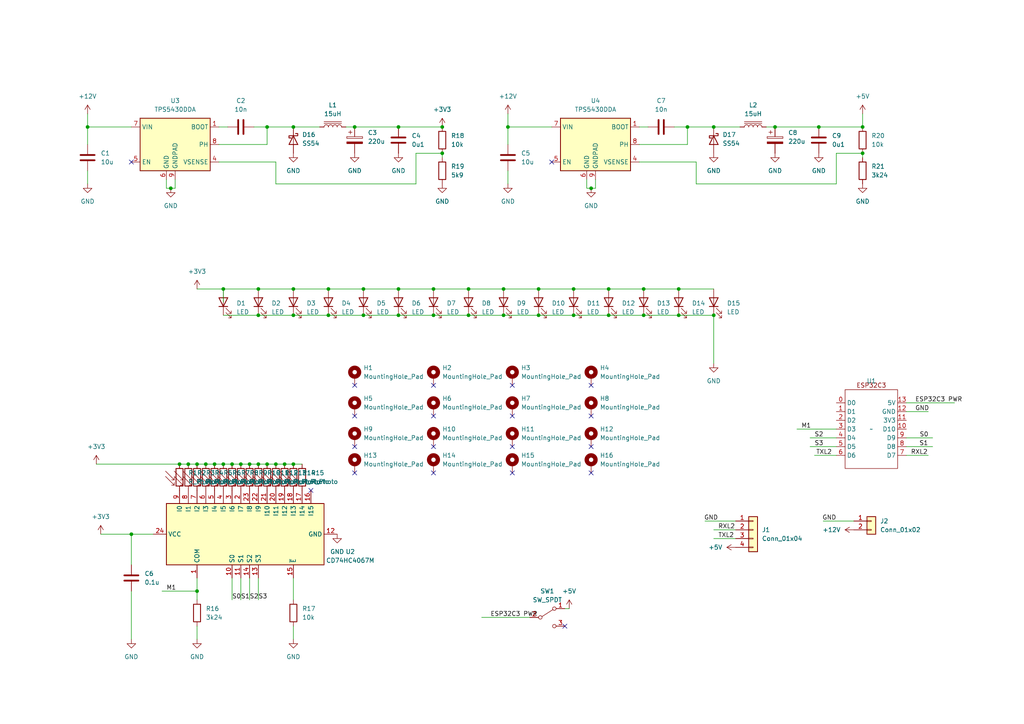
<source format=kicad_sch>
(kicad_sch (version 20231120) (generator "eeschema") (generator_version "8.0")
  (paper "A4")
  (lib_symbols
    (symbol "74xx:CD74HC4067M"
      (property "Reference" "U" (at -8.89 22.86 0))
      (property "Value" "CD74HC4067M" (at 1.27 22.86 0))
      (symbol "CD74HC4067M_0_1"
        (rectangle (start -8.89 21.59) (end 8.89 -24.13) (stroke (width 0.254)) (fill (type background)))
      )
      (symbol "CD74HC4067M_1_1"
        (pin passive line (at -12.7 12.7 0) (length 3.81) (name "COM") (number "1"))
        (pin input line (at -12.7 2.54 0) (length 3.81) (name "S0") (number "10"))
        (pin input line (at -12.7 0 0) (length 3.81) (name "S1") (number "11"))
        (pin power_in line (at 0 -27.94 90) (length 3.81) (name "GND") (number "12"))
        (pin input line (at -12.7 -5.08 0) (length 3.81) (name "S3") (number "13"))
        (pin input line (at -12.7 -2.54 0) (length 3.81) (name "S2") (number "14"))
        (pin input line (at -12.7 -15.24 0) (length 3.81) (name "~{E}") (number "15"))
        (pin passive line (at 12.7 -20.32 180) (length 3.81) (name "I15") (number "16"))
        (pin passive line (at 12.7 -17.78 180) (length 3.81) (name "I14") (number "17"))
        (pin passive line (at 12.7 -15.24 180) (length 3.81) (name "I13") (number "18"))
        (pin passive line (at 12.7 -12.7 180) (length 3.81) (name "I12") (number "19"))
        (pin passive line (at 12.7 0 180) (length 3.81) (name "I7") (number "2"))
        (pin passive line (at 12.7 -10.16 180) (length 3.81) (name "I11") (number "20"))
        (pin passive line (at 12.7 -7.62 180) (length 3.81) (name "I10") (number "21"))
        (pin passive line (at 12.7 -5.08 180) (length 3.81) (name "I9") (number "22"))
        (pin passive line (at 12.7 -2.54 180) (length 3.81) (name "I8") (number "23"))
        (pin power_in line (at 0 25.4 270) (length 3.81) (name "VCC") (number "24"))
        (pin passive line (at 12.7 2.54 180) (length 3.81) (name "I6") (number "3"))
        (pin passive line (at 12.7 5.08 180) (length 3.81) (name "I5") (number "4"))
        (pin passive line (at 12.7 7.62 180) (length 3.81) (name "I4") (number "5"))
        (pin passive line (at 12.7 10.16 180) (length 3.81) (name "I3") (number "6"))
        (pin passive line (at 12.7 12.7 180) (length 3.81) (name "I2") (number "7"))
        (pin passive line (at 12.7 15.24 180) (length 3.81) (name "I1") (number "8"))
        (pin passive line (at 12.7 17.78 180) (length 3.81) (name "I0") (number "9"))
      )
    )
    (symbol "Board:ESP32C3"
      (property "Reference" "U" (at 0 0 0))
      (symbol "ESP32C3_0_1"
        (rectangle (start -7.62 11.43) (end 7.62 -11.43))
      )
      (symbol "ESP32C3_1_1"
        (text "ESP32C3\n" (at 0 12.7 0) (effects (font (size 1.27 1.27))))
        (pin bidirectional line (at -10.16 7.62 0) (length 2.54) (name "D0") (number "0"))
        (pin bidirectional line (at -10.16 5.08 0) (length 2.54) (name "D1") (number "1"))
        (pin bidirectional line (at 10.16 0 180) (length 2.54) (name "D10") (number "10"))
        (pin power_out line (at 10.16 2.54 180) (length 2.54) (name "3V3") (number "11"))
        (pin power_in line (at 10.16 5.08 180) (length 2.54) (name "GND") (number "12"))
        (pin power_in line (at 10.16 7.62 180) (length 2.54) (name "5V") (number "13"))
        (pin bidirectional line (at -10.16 2.54 0) (length 2.54) (name "D2") (number "2"))
        (pin bidirectional line (at -10.16 0 0) (length 2.54) (name "D3") (number "3"))
        (pin bidirectional line (at -10.16 -2.54 0) (length 2.54) (name "D4") (number "4"))
        (pin bidirectional line (at -10.16 -5.08 0) (length 2.54) (name "D5") (number "5"))
        (pin bidirectional line (at -10.16 -7.62 0) (length 2.54) (name "D6") (number "6"))
        (pin bidirectional line (at 10.16 -7.62 180) (length 2.54) (name "D7") (number "7"))
        (pin bidirectional line (at 10.16 -5.08 180) (length 2.54) (name "D8") (number "8"))
        (pin bidirectional line (at 10.16 -2.54 180) (length 2.54) (name "D9") (number "9"))
      )
    )
    (symbol "Connector_Generic:Conn_01x02" (pin_names (offset 1.016) hide)
      (property "Reference" "J" (at 0 2.54 0))
      (property "Value" "Conn_01x02" (at 0 -5.08 0))
      (symbol "Conn_01x02_1_1"
        (rectangle (start -1.27 -2.413) (end 0 -2.667) (stroke (width 0.1524)))
        (rectangle (start -1.27 0.127) (end 0 -0.127) (stroke (width 0.1524)))
        (rectangle (start -1.27 1.27) (end 1.27 -3.81) (stroke (width 0.254)) (fill (type background)))
        (pin passive line (at -5.08 0 0) (length 3.81) (name "Pin_1") (number "1"))
        (pin passive line (at -5.08 -2.54 0) (length 3.81) (name "Pin_2") (number "2"))
      )
    )
    (symbol "Connector_Generic:Conn_01x04" (pin_names (offset 1.016) hide)
      (property "Reference" "J" (at 0 5.08 0))
      (property "Value" "Conn_01x04" (at 0 -7.62 0))
      (symbol "Conn_01x04_1_1"
        (rectangle (start -1.27 -4.953) (end 0 -5.207) (stroke (width 0.1524)))
        (rectangle (start -1.27 -2.413) (end 0 -2.667) (stroke (width 0.1524)))
        (rectangle (start -1.27 0.127) (end 0 -0.127) (stroke (width 0.1524)))
        (rectangle (start -1.27 2.667) (end 0 2.413) (stroke (width 0.1524)))
        (rectangle (start -1.27 3.81) (end 1.27 -6.35) (stroke (width 0.254)) (fill (type background)))
        (pin passive line (at -5.08 2.54 0) (length 3.81) (name "Pin_1") (number "1"))
        (pin passive line (at -5.08 0 0) (length 3.81) (name "Pin_2") (number "2"))
        (pin passive line (at -5.08 -2.54 0) (length 3.81) (name "Pin_3") (number "3"))
        (pin passive line (at -5.08 -5.08 0) (length 3.81) (name "Pin_4") (number "4"))
      )
    )
    (symbol "Device:C" (pin_numbers hide) (pin_names (offset 0.254))
      (property "Reference" "C" (at 0.635 2.54 0))
      (property "Value" "C" (at 0.635 -2.54 0))
      (symbol "C_0_1"
        (polyline (pts (xy -2.032 -0.762) (xy 2.032 -0.762)) (stroke (width 0.508)))
        (polyline (pts (xy -2.032 0.762) (xy 2.032 0.762)) (stroke (width 0.508)))
      )
      (symbol "C_1_1"
        (pin passive line (at 0 3.81 270) (length 2.794) (name "~") (number "1"))
        (pin passive line (at 0 -3.81 90) (length 2.794) (name "~") (number "2"))
      )
    )
    (symbol "Device:C_Polarized" (pin_numbers hide) (pin_names (offset 0.254))
      (property "Reference" "C" (at 0.635 2.54 0))
      (property "Value" "C_Polarized" (at 0.635 -2.54 0))
      (symbol "C_Polarized_0_1"
        (rectangle (start -2.286 0.508) (end 2.286 1.016))
        (polyline (pts (xy -1.778 2.286) (xy -0.762 2.286)))
        (polyline (pts (xy -1.27 2.794) (xy -1.27 1.778)))
        (rectangle (start 2.286 -0.508) (end -2.286 -1.016) (fill (type outline)))
      )
      (symbol "C_Polarized_1_1"
        (pin passive line (at 0 3.81 270) (length 2.794) (name "~") (number "1"))
        (pin passive line (at 0 -3.81 90) (length 2.794) (name "~") (number "2"))
      )
    )
    (symbol "Device:D_Schottky" (pin_numbers hide) (pin_names (offset 1.016) hide)
      (property "Reference" "D" (at 0 2.54 0))
      (property "Value" "D_Schottky" (at 0 -2.54 0))
      (symbol "D_Schottky_0_1"
        (polyline (pts (xy 1.27 0) (xy -1.27 0)))
        (polyline (pts (xy 1.27 1.27) (xy 1.27 -1.27) (xy -1.27 0) (xy 1.27 1.27)) (stroke (width 0.254)))
        (polyline (pts (xy -1.905 0.635) (xy -1.905 1.27) (xy -1.27 1.27) (xy -1.27 -1.27) (xy -0.635 -1.27) (xy -0.635 -0.635)) (stroke (width 0.254)))
      )
      (symbol "D_Schottky_1_1"
        (pin passive line (at -3.81 0 0) (length 2.54) (name "K") (number "1"))
        (pin passive line (at 3.81 0 180) (length 2.54) (name "A") (number "2"))
      )
    )
    (symbol "Device:LED" (pin_numbers hide) (pin_names (offset 1.016) hide)
      (property "Reference" "D" (at 0 2.54 0))
      (property "Value" "LED" (at 0 -2.54 0))
      (symbol "LED_0_1"
        (polyline (pts (xy -1.27 -1.27) (xy -1.27 1.27)) (stroke (width 0.254)))
        (polyline (pts (xy -1.27 0) (xy 1.27 0)))
        (polyline (pts (xy 1.27 -1.27) (xy 1.27 1.27) (xy -1.27 0) (xy 1.27 -1.27)) (stroke (width 0.254)))
        (polyline (pts (xy -3.048 -0.762) (xy -4.572 -2.286) (xy -3.81 -2.286) (xy -4.572 -2.286) (xy -4.572 -1.524)))
        (polyline (pts (xy -1.778 -0.762) (xy -3.302 -2.286) (xy -2.54 -2.286) (xy -3.302 -2.286) (xy -3.302 -1.524)))
      )
      (symbol "LED_1_1"
        (pin passive line (at -3.81 0 0) (length 2.54) (name "K") (number "1"))
        (pin passive line (at 3.81 0 180) (length 2.54) (name "A") (number "2"))
      )
    )
    (symbol "Device:L_Iron" (pin_numbers hide) (pin_names (offset 1.016) hide)
      (property "Reference" "L" (at -1.27 0 90))
      (property "Value" "L_Iron" (at 2.794 0 90))
      (symbol "L_Iron_0_1"
        (arc (start 0 -2.54) (mid 0.6323 -1.905) (end 0 -1.27))
        (arc (start 0 -1.27) (mid 0.6323 -0.635) (end 0 0))
        (polyline (pts (xy 1.016 2.54) (xy 1.016 -2.54)))
        (polyline (pts (xy 1.524 -2.54) (xy 1.524 2.54)))
        (arc (start 0 0) (mid 0.6323 0.635) (end 0 1.27))
        (arc (start 0 1.27) (mid 0.6323 1.905) (end 0 2.54))
      )
      (symbol "L_Iron_1_1"
        (pin passive line (at 0 3.81 270) (length 1.27) (name "1") (number "1"))
        (pin passive line (at 0 -3.81 90) (length 1.27) (name "2") (number "2"))
      )
    )
    (symbol "Device:R" (pin_numbers hide) (pin_names (offset 0))
      (property "Reference" "R" (at 2.032 0 90))
      (property "Value" "R" (at 0 0 90))
      (symbol "R_0_1"
        (rectangle (start -1.016 -2.54) (end 1.016 2.54) (stroke (width 0.254)))
      )
      (symbol "R_1_1"
        (pin passive line (at 0 3.81 270) (length 1.27) (name "~") (number "1"))
        (pin passive line (at 0 -3.81 90) (length 1.27) (name "~") (number "2"))
      )
    )
    (symbol "Device:R_Photo" (pin_numbers hide) (pin_names (offset 0))
      (property "Reference" "R" (at 1.27 1.27 0))
      (property "Value" "R_Photo" (at 1.27 0 0))
      (symbol "R_Photo_0_1"
        (rectangle (start -1.016 2.54) (end 1.016 -2.54) (stroke (width 0.254)))
        (polyline (pts (xy -1.524 -2.286) (xy -4.064 0.254)))
        (polyline (pts (xy -1.524 -2.286) (xy -2.286 -2.286)))
        (polyline (pts (xy -1.524 -2.286) (xy -1.524 -1.524)))
        (polyline (pts (xy -1.524 -0.762) (xy -4.064 1.778)))
        (polyline (pts (xy -1.524 -0.762) (xy -2.286 -0.762)))
        (polyline (pts (xy -1.524 -0.762) (xy -1.524 0)))
      )
      (symbol "R_Photo_1_1"
        (pin passive line (at 0 3.81 270) (length 1.27) (name "~") (number "1"))
        (pin passive line (at 0 -3.81 90) (length 1.27) (name "~") (number "2"))
      )
    )
    (symbol "Mechanical:MountingHole_Pad" (pin_numbers hide) (pin_names (offset 1.016) hide)
      (property "Reference" "H" (at 0 6.35 0))
      (property "Value" "MountingHole_Pad" (at 0 4.445 0))
      (symbol "MountingHole_Pad_0_1"
        (circle (center 0 1.27) (radius 1.27) (stroke (width 1.27)))
      )
      (symbol "MountingHole_Pad_1_1"
        (pin input line (at 0 -2.54 90) (length 2.54) (name "1") (number "1"))
      )
    )
    (symbol "Regulator_Switching:TPS5430DDA"
      (property "Reference" "U" (at -10.16 8.89 0))
      (property "Value" "TPS5430DDA" (at -1.27 8.89 0))
      (symbol "TPS5430DDA_0_1"
        (rectangle (start -10.16 7.62) (end 10.16 -7.62) (stroke (width 0.254)) (fill (type background)))
      )
      (symbol "TPS5430DDA_1_1"
        (pin input line (at 12.7 5.08 180) (length 2.54) (name "BOOT") (number "1"))
        (pin no_connect line (at -10.16 2.54 0) (length 2.54) hide (name "NC") (number "2"))
        (pin no_connect line (at -10.16 -2.54 0) (length 2.54) hide (name "NC") (number "3"))
        (pin input line (at 12.7 -5.08 180) (length 2.54) (name "VSENSE") (number "4"))
        (pin input line (at -12.7 -5.08 0) (length 2.54) (name "EN") (number "5"))
        (pin power_in line (at -2.54 -10.16 90) (length 2.54) (name "GND") (number "6"))
        (pin power_in line (at -12.7 5.08 0) (length 2.54) (name "VIN") (number "7"))
        (pin output line (at 12.7 0 180) (length 2.54) (name "PH") (number "8"))
        (pin power_in line (at 0 -10.16 90) (length 2.54) (name "GNDPAD") (number "9"))
      )
    )
    (symbol "Switch:SW_SPDT" (pin_names (offset 0) hide)
      (property "Reference" "SW" (at 0 4.318 0))
      (property "Value" "SW_SPDT" (at 0 -5.08 0))
      (symbol "SW_SPDT_0_0"
        (circle (center -2.032 0) (radius 0.508))
        (circle (center 2.032 -2.54) (radius 0.508))
      )
      (symbol "SW_SPDT_0_1"
        (polyline (pts (xy -1.524 0.254) (xy 1.651 2.286)))
        (circle (center 2.032 2.54) (radius 0.508))
      )
      (symbol "SW_SPDT_1_1"
        (pin passive line (at 5.08 2.54 180) (length 2.54) (name "A") (number "1"))
        (pin passive line (at -5.08 0 0) (length 2.54) (name "B") (number "2"))
        (pin passive line (at 5.08 -2.54 180) (length 2.54) (name "C") (number "3"))
      )
    )
    (symbol "power:+12V" (power) (pin_names (offset 0))
      (property "Value" "+12V" (at 0 3.556 0))
      (symbol "+12V_0_1"
        (polyline (pts (xy -0.762 1.27) (xy 0 2.54)))
        (polyline (pts (xy 0 0) (xy 0 2.54)))
        (polyline (pts (xy 0 2.54) (xy 0.762 1.27)))
      )
      (symbol "+12V_1_1"
        (pin power_in line (at 0 0 90) (length 0) hide (name "+12V") (number "1"))
      )
    )
    (symbol "power:+3V3" (power) (pin_names (offset 0))
      (property "Value" "+3V3" (at 0 3.556 0))
      (symbol "+3V3_0_1"
        (polyline (pts (xy -0.762 1.27) (xy 0 2.54)))
        (polyline (pts (xy 0 0) (xy 0 2.54)))
        (polyline (pts (xy 0 2.54) (xy 0.762 1.27)))
      )
      (symbol "+3V3_1_1"
        (pin power_in line (at 0 0 90) (length 0) hide (name "+3V3") (number "1"))
      )
    )
    (symbol "power:+5V" (power) (pin_names (offset 0))
      (property "Value" "+5V" (at 0 3.556 0))
      (symbol "+5V_0_1"
        (polyline (pts (xy -0.762 1.27) (xy 0 2.54)))
        (polyline (pts (xy 0 0) (xy 0 2.54)))
        (polyline (pts (xy 0 2.54) (xy 0.762 1.27)))
      )
      (symbol "+5V_1_1"
        (pin power_in line (at 0 0 90) (length 0) hide (name "+5V") (number "1"))
      )
    )
    (symbol "power:GND" (power) (pin_names (offset 0))
      (property "Value" "GND" (at 0 -3.81 0))
      (symbol "GND_0_1"
        (polyline (pts (xy 0 0) (xy 0 -1.27) (xy 1.27 -1.27) (xy 0 -2.54) (xy -1.27 -1.27) (xy 0 -1.27)))
      )
      (symbol "GND_1_1"
        (pin power_in line (at 0 0 270) (length 0) hide (name "GND") (number "1"))
      )
    )
  )
  (junction (at 74.93 91.44))
  (junction (at 128.27 36.83))
  (junction (at 171.45 54.61))
  (junction (at 72.39 134.62))
  (junction (at 105.41 83.82))
  (junction (at 176.53 83.82))
  (junction (at 156.21 83.82))
  (junction (at 69.85 134.62))
  (junction (at 135.89 91.44))
  (junction (at 95.25 83.82))
  (junction (at 82.55 134.62))
  (junction (at 74.93 83.82))
  (junction (at 25.4 36.83))
  (junction (at 59.69 134.62))
  (junction (at 128.27 44.45))
  (junction (at 176.53 91.44))
  (junction (at 85.09 91.44))
  (junction (at 67.31 134.62))
  (junction (at 54.61 134.62))
  (junction (at 74.93 134.62))
  (junction (at 207.01 91.44))
  (junction (at 62.23 134.62))
  (junction (at 186.69 83.82))
  (junction (at 57.15 134.62))
  (junction (at 207.01 36.83))
  (junction (at 80.01 134.62))
  (junction (at 224.79 36.83))
  (junction (at 49.53 54.61))
  (junction (at 156.21 91.44))
  (junction (at 146.05 91.44))
  (junction (at 77.47 36.83))
  (junction (at 147.32 36.83))
  (junction (at 52.07 134.62))
  (junction (at 250.19 36.83))
  (junction (at 77.47 134.62))
  (junction (at 105.41 91.44))
  (junction (at 85.09 134.62))
  (junction (at 166.37 91.44))
  (junction (at 250.19 44.45))
  (junction (at 85.09 36.83))
  (junction (at 186.69 91.44))
  (junction (at 199.39 36.83))
  (junction (at 115.57 83.82))
  (junction (at 64.77 83.82))
  (junction (at 166.37 83.82))
  (junction (at 115.57 91.44))
  (junction (at 95.25 91.44))
  (junction (at 57.15 171.45))
  (junction (at 125.73 91.44))
  (junction (at 85.09 83.82))
  (junction (at 102.87 36.83))
  (junction (at 115.57 36.83))
  (junction (at 135.89 83.82))
  (junction (at 64.77 134.62))
  (junction (at 146.05 83.82))
  (junction (at 196.85 91.44))
  (junction (at 38.1 154.94))
  (junction (at 237.49 36.83))
  (junction (at 125.73 83.82))
  (junction (at 196.85 83.82))
  (no_connect (at 163.83 181.61))
  (no_connect (at 102.87 129.54))
  (no_connect (at 148.59 137.16))
  (no_connect (at 148.59 129.54))
  (no_connect (at 171.45 111.76))
  (no_connect (at 102.87 137.16))
  (no_connect (at 171.45 120.65))
  (no_connect (at 125.73 129.54))
  (no_connect (at 148.59 120.65))
  (no_connect (at 160.02 46.99))
  (no_connect (at 171.45 129.54))
  (no_connect (at 38.1 46.99))
  (no_connect (at 171.45 137.16))
  (no_connect (at 125.73 111.76))
  (no_connect (at 125.73 137.16))
  (no_connect (at 148.59 111.76))
  (no_connect (at 90.17 142.24))
  (no_connect (at 102.87 111.76))
  (no_connect (at 125.73 120.65))
  (no_connect (at 102.87 120.65))
  (wire (pts (xy 29.21 154.94) (xy 38.1 154.94)))
  (wire (pts (xy 186.69 83.82) (xy 196.85 83.82)))
  (wire (pts (xy 74.93 91.44) (xy 85.09 91.44)))
  (wire (pts (xy 139.7 179.07) (xy 153.67 179.07)))
  (wire (pts (xy 85.09 134.62) (xy 87.63 134.62)))
  (wire (pts (xy 146.05 91.44) (xy 156.21 91.44)))
  (wire (pts (xy 80.01 134.62) (xy 82.55 134.62)))
  (wire (pts (xy 50.8 54.61) (xy 50.8 52.07)))
  (wire (pts (xy 63.5 46.99) (xy 80.01 46.99)))
  (wire (pts (xy 128.27 45.72) (xy 128.27 44.45)))
  (wire (pts (xy 187.96 36.83) (xy 185.42 36.83)))
  (wire (pts (xy 77.47 36.83) (xy 85.09 36.83)))
  (wire (pts (xy 231.14 124.46) (xy 242.57 124.46)))
  (wire (pts (xy 156.21 91.44) (xy 166.37 91.44)))
  (wire (pts (xy 262.89 119.38) (xy 269.24 119.38)))
  (wire (pts (xy 57.15 83.82) (xy 64.77 83.82)))
  (wire (pts (xy 64.77 87.63) (xy 64.77 83.82)))
  (wire (pts (xy 38.1 171.45) (xy 38.1 185.42)))
  (wire (pts (xy 262.89 132.08) (xy 269.24 132.08)))
  (wire (pts (xy 57.15 134.62) (xy 59.69 134.62)))
  (wire (pts (xy 102.87 36.83) (xy 115.57 36.83)))
  (wire (pts (xy 80.01 53.34) (xy 120.65 53.34)))
  (wire (pts (xy 38.1 154.94) (xy 38.1 163.83)))
  (wire (pts (xy 57.15 181.61) (xy 57.15 185.42)))
  (wire (pts (xy 186.69 91.44) (xy 196.85 91.44)))
  (wire (pts (xy 207.01 36.83) (xy 214.63 36.83)))
  (wire (pts (xy 82.55 134.62) (xy 85.09 134.62)))
  (wire (pts (xy 170.18 52.07) (xy 170.18 54.61)))
  (wire (pts (xy 63.5 41.91) (xy 77.47 41.91)))
  (wire (pts (xy 199.39 41.91) (xy 199.39 36.83)))
  (wire (pts (xy 74.93 83.82) (xy 85.09 83.82)))
  (wire (pts (xy 262.89 116.84) (xy 276.86 116.84)))
  (wire (pts (xy 207.01 153.67) (xy 213.36 153.67)))
  (wire (pts (xy 85.09 181.61) (xy 85.09 185.42)))
  (wire (pts (xy 204.47 151.13) (xy 213.36 151.13)))
  (wire (pts (xy 238.76 151.13) (xy 247.65 151.13)))
  (wire (pts (xy 125.73 91.44) (xy 135.89 91.44)))
  (wire (pts (xy 242.57 132.08) (xy 236.22 132.08)))
  (wire (pts (xy 48.26 52.07) (xy 48.26 54.61)))
  (wire (pts (xy 195.58 36.83) (xy 199.39 36.83)))
  (wire (pts (xy 120.65 44.45) (xy 120.65 53.34)))
  (wire (pts (xy 85.09 36.83) (xy 92.71 36.83)))
  (wire (pts (xy 196.85 91.44) (xy 207.01 91.44)))
  (wire (pts (xy 69.85 134.62) (xy 72.39 134.62)))
  (wire (pts (xy 237.49 36.83) (xy 250.19 36.83)))
  (wire (pts (xy 72.39 167.64) (xy 72.39 173.99)))
  (wire (pts (xy 250.19 33.02) (xy 250.19 36.83)))
  (wire (pts (xy 77.47 41.91) (xy 77.47 36.83)))
  (wire (pts (xy 207.01 91.44) (xy 207.01 105.41)))
  (wire (pts (xy 172.72 54.61) (xy 172.72 52.07)))
  (wire (pts (xy 201.93 46.99) (xy 201.93 53.34)))
  (wire (pts (xy 64.77 134.62) (xy 67.31 134.62)))
  (wire (pts (xy 146.05 83.82) (xy 156.21 83.82)))
  (wire (pts (xy 105.41 83.82) (xy 115.57 83.82)))
  (wire (pts (xy 54.61 134.62) (xy 57.15 134.62)))
  (wire (pts (xy 67.31 167.64) (xy 67.31 173.99)))
  (wire (pts (xy 64.77 83.82) (xy 74.93 83.82)))
  (wire (pts (xy 57.15 171.45) (xy 57.15 173.99)))
  (wire (pts (xy 135.89 83.82) (xy 146.05 83.82)))
  (wire (pts (xy 27.94 134.62) (xy 52.07 134.62)))
  (wire (pts (xy 74.93 167.64) (xy 74.93 173.99)))
  (wire (pts (xy 72.39 134.62) (xy 74.93 134.62)))
  (wire (pts (xy 234.95 127) (xy 242.57 127)))
  (wire (pts (xy 59.69 134.62) (xy 62.23 134.62)))
  (wire (pts (xy 25.4 53.34) (xy 25.4 49.53)))
  (wire (pts (xy 64.77 91.44) (xy 74.93 91.44)))
  (wire (pts (xy 73.66 36.83) (xy 77.47 36.83)))
  (wire (pts (xy 165.1 176.53) (xy 163.83 176.53)))
  (wire (pts (xy 171.45 54.61) (xy 172.72 54.61)))
  (wire (pts (xy 67.31 134.62) (xy 69.85 134.62)))
  (wire (pts (xy 85.09 83.82) (xy 95.25 83.82)))
  (wire (pts (xy 224.79 36.83) (xy 237.49 36.83)))
  (wire (pts (xy 52.07 134.62) (xy 54.61 134.62)))
  (wire (pts (xy 147.32 41.91) (xy 147.32 36.83)))
  (wire (pts (xy 207.01 156.21) (xy 213.36 156.21)))
  (wire (pts (xy 25.4 41.91) (xy 25.4 36.83)))
  (wire (pts (xy 44.45 154.94) (xy 38.1 154.94)))
  (wire (pts (xy 85.09 167.64) (xy 85.09 173.99)))
  (wire (pts (xy 270.51 129.54) (xy 262.89 129.54)))
  (wire (pts (xy 196.85 83.82) (xy 207.01 83.82)))
  (wire (pts (xy 185.42 46.99) (xy 201.93 46.99)))
  (wire (pts (xy 66.04 36.83) (xy 63.5 36.83)))
  (wire (pts (xy 147.32 53.34) (xy 147.32 49.53)))
  (wire (pts (xy 115.57 83.82) (xy 125.73 83.82)))
  (wire (pts (xy 166.37 83.82) (xy 176.53 83.82)))
  (wire (pts (xy 46.99 171.45) (xy 57.15 171.45)))
  (wire (pts (xy 170.18 54.61) (xy 171.45 54.61)))
  (wire (pts (xy 166.37 91.44) (xy 176.53 91.44)))
  (wire (pts (xy 69.85 167.64) (xy 69.85 173.99)))
  (wire (pts (xy 234.95 129.54) (xy 242.57 129.54)))
  (wire (pts (xy 176.53 91.44) (xy 186.69 91.44)))
  (wire (pts (xy 95.25 83.82) (xy 105.41 83.82)))
  (wire (pts (xy 115.57 91.44) (xy 125.73 91.44)))
  (wire (pts (xy 222.25 36.83) (xy 224.79 36.83)))
  (wire (pts (xy 95.25 91.44) (xy 105.41 91.44)))
  (wire (pts (xy 120.65 44.45) (xy 128.27 44.45)))
  (wire (pts (xy 85.09 91.44) (xy 95.25 91.44)))
  (wire (pts (xy 38.1 36.83) (xy 25.4 36.83)))
  (wire (pts (xy 125.73 83.82) (xy 135.89 83.82)))
  (wire (pts (xy 176.53 83.82) (xy 186.69 83.82)))
  (wire (pts (xy 135.89 91.44) (xy 146.05 91.44)))
  (wire (pts (xy 100.33 36.83) (xy 102.87 36.83)))
  (wire (pts (xy 160.02 36.83) (xy 147.32 36.83)))
  (wire (pts (xy 115.57 36.83) (xy 128.27 36.83)))
  (wire (pts (xy 48.26 54.61) (xy 49.53 54.61)))
  (wire (pts (xy 199.39 36.83) (xy 207.01 36.83)))
  (wire (pts (xy 156.21 83.82) (xy 166.37 83.82)))
  (wire (pts (xy 25.4 33.02) (xy 25.4 36.83)))
  (wire (pts (xy 242.57 44.45) (xy 250.19 44.45)))
  (wire (pts (xy 147.32 33.02) (xy 147.32 36.83)))
  (wire (pts (xy 201.93 53.34) (xy 242.57 53.34)))
  (wire (pts (xy 62.23 134.62) (xy 64.77 134.62)))
  (wire (pts (xy 80.01 46.99) (xy 80.01 53.34)))
  (wire (pts (xy 185.42 41.91) (xy 199.39 41.91)))
  (wire (pts (xy 49.53 54.61) (xy 50.8 54.61)))
  (wire (pts (xy 242.57 44.45) (xy 242.57 53.34)))
  (wire (pts (xy 74.93 134.62) (xy 77.47 134.62)))
  (wire (pts (xy 105.41 91.44) (xy 115.57 91.44)))
  (wire (pts (xy 250.19 45.72) (xy 250.19 44.45)))
  (wire (pts (xy 57.15 167.64) (xy 57.15 171.45)))
  (wire (pts (xy 270.51 127) (xy 262.89 127)))
  (wire (pts (xy 77.47 134.62) (xy 80.01 134.62)))
  (label "M1" (at 232.41 124.46 0))
  (label "S0" (at 67.31 173.99 0))
  (label "S3" (at 74.93 173.99 0))
  (label "GND" (at 208.28 151.13 180))
  (label "S2" (at 236.22 127 0))
  (label "S1" (at 69.85 173.99 0))
  (label "RXL2" (at 208.28 153.67 0))
  (label "ESP32C3 PWR" (at 142.24 179.07 0))
  (label "M1" (at 48.26 171.45 0))
  (label "GND" (at 265.43 119.38 0))
  (label "GND" (at 242.57 151.13 180))
  (label "RXL2" (at 264.16 132.08 0))
  (label "S0" (at 266.7 127 0))
  (label "S2" (at 72.39 173.99 0))
  (label "ESP32C3 PWR" (at 265.43 116.84 0))
  (label "S1" (at 269.24 129.54 180))
  (label "S3" (at 236.22 129.54 0))
  (label "TXL2" (at 208.28 156.21 0))
  (label "TXL2" (at 241.3 132.08 180))
  (symbol (lib_id "power:GND") (at 38.1 185.42 0) (unit 1)
    (property "Reference" "#PWR09" (effects (hide yes)))
    (property "Value" "GND" (at 38.1 190.5 0))
  )
  (symbol (lib_id "Device:C_Polarized") (at 102.87 40.64 0) (unit 1)
    (property "Reference" "C3" (at 106.68 38.481 0) (effects (justify left)))
    (property "Value" "220u" (at 106.68 41.021 0) (effects (justify left)))
    (property "Footprint" "Capacitor_Tantalum_SMD:CP_EIA-7343-15_Kemet-W_Pad2.25x2.55mm_HandSolder" (effects (hide yes)))
  )
  (symbol (lib_id "Device:C") (at 38.1 167.64 0) (unit 1)
    (property "Reference" "C6" (at 41.91 166.37 0) (effects (justify left)))
    (property "Value" "0.1u" (at 41.91 168.91 0) (effects (justify left)))
    (property "Footprint" "Capacitor_SMD:C_0603_1608Metric_Pad1.08x0.95mm_HandSolder" (effects (hide yes)))
  )
  (symbol (lib_id "Device:LED") (at 74.93 87.63 90) (unit 1)
    (property "Reference" "D2" (at 78.74 87.9475 90) (effects (justify right)))
    (property "Value" "LED" (at 78.74 90.4875 90) (effects (justify right)))
    (property "Footprint" "LED_SMD:LED_PLCC_2835_Handsoldering" (effects (hide yes)))
  )
  (symbol (lib_id "Mechanical:MountingHole_Pad") (at 148.59 134.62 0) (unit 1)
    (property "Reference" "H15" (at 151.13 132.08 0) (effects (justify left)))
    (property "Value" "MountingHole_Pad" (at 151.13 134.62 0) (effects (justify left)))
    (property "Footprint" "MountingHole:MountingHole_3.2mm_M3_Pad_Via" (effects (hide yes)))
  )
  (symbol (lib_id "power:+3V3") (at 128.27 36.83 0) (unit 1)
    (property "Reference" "#PWR017" (effects (hide yes)))
    (property "Value" "+3V3" (at 128.27 31.75 0))
  )
  (symbol (lib_id "power:+12V") (at 25.4 33.02 0) (unit 1)
    (property "Reference" "#PWR07" (effects (hide yes)))
    (property "Value" "+12V" (at 25.4 27.94 0))
  )
  (symbol (lib_id "power:GND") (at 147.32 53.34 0) (unit 1)
    (property "Reference" "#PWR020" (effects (hide yes)))
    (property "Value" "GND" (at 147.32 58.42 0))
  )
  (symbol (lib_id "Device:R_Photo") (at 59.69 138.43 0) (unit 1)
    (property "Reference" "R4" (at 62.23 137.16 0) (effects (justify left)))
    (property "Value" "R_Photo" (at 62.23 139.7 0) (effects (justify left)))
    (property "Footprint" "LED_SMD:LED_0603_1608Metric" (effects (hide yes)))
  )
  (symbol (lib_id "Device:C") (at 191.77 36.83 90) (unit 1)
    (property "Reference" "C7" (at 191.77 29.21 90))
    (property "Value" "10n" (at 191.77 31.75 90))
    (property "Footprint" "Capacitor_SMD:C_0603_1608Metric_Pad1.08x0.95mm_HandSolder" (effects (hide yes)))
  )
  (symbol (lib_id "Connector_Generic:Conn_01x04") (at 218.44 153.67 0) (unit 1)
    (property "Reference" "J1" (at 220.98 153.67 0) (effects (justify left)))
    (property "Value" "Conn_01x04" (at 220.98 156.21 0) (effects (justify left)))
    (property "Footprint" "Connector_JST:JST_XH_B4B-XH-AM_1x04_P2.50mm_Vertical" (effects (hide yes)))
  )
  (symbol (lib_id "Mechanical:MountingHole_Pad") (at 171.45 109.22 0) (unit 1)
    (property "Reference" "H4" (at 173.99 106.68 0) (effects (justify left)))
    (property "Value" "MountingHole_Pad" (at 173.99 109.22 0) (effects (justify left)))
    (property "Footprint" "MountingHole:MountingHole_3.2mm_M3_Pad_Via" (effects (hide yes)))
  )
  (symbol (lib_id "power:+3V3") (at 29.21 154.94 0) (unit 1)
    (property "Reference" "#PWR010" (effects (hide yes)))
    (property "Value" "+3V3" (at 29.21 149.86 0))
  )
  (symbol (lib_id "Device:C") (at 147.32 45.72 0) (unit 1)
    (property "Reference" "C5" (at 151.13 44.45 0) (effects (justify left)))
    (property "Value" "10u" (at 151.13 46.99 0) (effects (justify left)))
    (property "Footprint" "Capacitor_SMD:C_0603_1608Metric_Pad1.08x0.95mm_HandSolder" (effects (hide yes)))
  )
  (symbol (lib_id "power:GND") (at 57.15 185.42 0) (unit 1)
    (property "Reference" "#PWR05" (effects (hide yes)))
    (property "Value" "GND" (at 57.15 190.5 0))
  )
  (symbol (lib_id "Device:R_Photo") (at 69.85 138.43 0) (unit 1)
    (property "Reference" "R8" (at 72.39 137.16 0) (effects (justify left)))
    (property "Value" "R_Photo" (at 72.39 139.7 0) (effects (justify left)))
    (property "Footprint" "LED_SMD:LED_0603_1608Metric" (effects (hide yes)))
  )
  (symbol (lib_id "Device:LED") (at 64.77 87.63 90) (unit 1)
    (property "Reference" "D1" (at 68.58 87.9475 90) (effects (justify right)))
    (property "Value" "LED" (at 68.58 90.4875 90) (effects (justify right)))
    (property "Footprint" "LED_SMD:LED_PLCC_2835_Handsoldering" (effects (hide yes)))
  )
  (symbol (lib_id "power:+5V") (at 250.19 33.02 0) (unit 1)
    (property "Reference" "#PWR02" (effects (hide yes)))
    (property "Value" "+5V" (at 250.19 27.94 0))
  )
  (symbol (lib_id "Device:R") (at 250.19 49.53 0) (unit 1)
    (property "Reference" "R21" (at 252.73 48.26 0) (effects (justify left)))
    (property "Value" "3k24" (at 252.73 50.8 0) (effects (justify left)))
    (property "Footprint" "Resistor_SMD:R_0603_1608Metric_Pad0.98x0.95mm_HandSolder" (effects (hide yes)))
  )
  (symbol (lib_id "Mechanical:MountingHole_Pad") (at 102.87 109.22 0) (unit 1)
    (property "Reference" "H1" (at 105.41 106.68 0) (effects (justify left)))
    (property "Value" "MountingHole_Pad" (at 105.41 109.22 0) (effects (justify left)))
    (property "Footprint" "MountingHole:MountingHole_3.2mm_M3_Pad_Via" (effects (hide yes)))
  )
  (symbol (lib_id "Device:R") (at 250.19 40.64 0) (unit 1)
    (property "Reference" "R20" (at 252.73 39.37 0) (effects (justify left)))
    (property "Value" "10k" (at 252.73 41.91 0) (effects (justify left)))
    (property "Footprint" "Resistor_SMD:R_0603_1608Metric_Pad0.98x0.95mm_HandSolder" (effects (hide yes)))
  )
  (symbol (lib_id "Device:R_Photo") (at 72.39 138.43 0) (unit 1)
    (property "Reference" "R9" (at 74.93 137.16 0) (effects (justify left)))
    (property "Value" "R_Photo" (at 74.93 139.7 0) (effects (justify left)))
    (property "Footprint" "LED_SMD:LED_0603_1608Metric" (effects (hide yes)))
  )
  (symbol (lib_id "power:GND") (at 250.19 53.34 0) (unit 1)
    (property "Reference" "#PWR026" (effects (hide yes)))
    (property "Value" "GND" (at 250.19 58.42 0))
  )
  (symbol (lib_id "power:+3V3") (at 27.94 134.62 0) (unit 1)
    (property "Reference" "#PWR013" (effects (hide yes)))
    (property "Value" "+3V3" (at 27.94 129.54 0))
  )
  (symbol (lib_id "power:GND") (at 85.09 185.42 0) (unit 1)
    (property "Reference" "#PWR06" (effects (hide yes)))
    (property "Value" "GND" (at 85.09 190.5 0))
  )
  (symbol (lib_id "power:GND") (at 102.87 44.45 0) (unit 1)
    (property "Reference" "#PWR015" (effects (hide yes)))
    (property "Value" "GND" (at 102.87 49.53 0))
  )
  (symbol (lib_id "Mechanical:MountingHole_Pad") (at 102.87 127 0) (unit 1)
    (property "Reference" "H9" (at 105.41 124.46 0) (effects (justify left)))
    (property "Value" "MountingHole_Pad" (at 105.41 127 0) (effects (justify left)))
    (property "Footprint" "MountingHole:MountingHole_3.2mm_M3_Pad_Via" (effects (hide yes)))
  )
  (symbol (lib_id "Device:LED") (at 135.89 87.63 90) (unit 1)
    (property "Reference" "D8" (at 139.7 87.9475 90) (effects (justify right)))
    (property "Value" "LED" (at 139.7 90.4875 90) (effects (justify right)))
    (property "Footprint" "LED_SMD:LED_PLCC_2835_Handsoldering" (effects (hide yes)))
  )
  (symbol (lib_id "Device:LED") (at 166.37 87.63 90) (unit 1)
    (property "Reference" "D11" (at 170.18 87.9475 90) (effects (justify right)))
    (property "Value" "LED" (at 170.18 90.4875 90) (effects (justify right)))
    (property "Footprint" "LED_SMD:LED_PLCC_2835_Handsoldering" (effects (hide yes)))
  )
  (symbol (lib_id "power:GND") (at 49.53 54.61 0) (unit 1)
    (property "Reference" "#PWR012" (effects (hide yes)))
    (property "Value" "GND" (at 49.53 59.69 0))
  )
  (symbol (lib_id "Device:C") (at 69.85 36.83 90) (unit 1)
    (property "Reference" "C2" (at 69.85 29.21 90))
    (property "Value" "10n" (at 69.85 31.75 90))
    (property "Footprint" "Capacitor_SMD:C_0603_1608Metric_Pad1.08x0.95mm_HandSolder" (effects (hide yes)))
  )
  (symbol (lib_id "Device:R_Photo") (at 52.07 138.43 0) (unit 1)
    (property "Reference" "R1" (at 54.61 137.16 0) (effects (justify left)))
    (property "Value" "R_Photo" (at 54.61 139.7 0) (effects (justify left)))
    (property "Footprint" "LED_SMD:LED_0603_1608Metric" (effects (hide yes)))
  )
  (symbol (lib_id "Device:LED") (at 85.09 87.63 90) (unit 1)
    (property "Reference" "D3" (at 88.9 87.9475 90) (effects (justify right)))
    (property "Value" "LED" (at 88.9 90.4875 90) (effects (justify right)))
    (property "Footprint" "LED_SMD:LED_PLCC_2835_Handsoldering" (effects (hide yes)))
  )
  (symbol (lib_id "Regulator_Switching:TPS5430DDA") (at 50.8 41.91 0) (unit 1)
    (property "Reference" "U3" (at 50.8 29.21 0))
    (property "Value" "TPS5430DDA" (at 50.8 31.75 0))
    (property "Footprint" "Package_SO:TI_SO-PowerPAD-8_ThermalVias" (effects (hide yes)))
    (property "Datasheet" "http://www.ti.com/lit/ds/symlink/tps5430.pdf" (effects (hide yes)))
  )
  (symbol (lib_id "Device:R_Photo") (at 57.15 138.43 0) (unit 1)
    (property "Reference" "R3" (at 59.69 137.16 0) (effects (justify left)))
    (property "Value" "R_Photo" (at 59.69 139.7 0) (effects (justify left)))
    (property "Footprint" "LED_SMD:LED_0603_1608Metric" (effects (hide yes)))
  )
  (symbol (lib_id "power:+3V3") (at 57.15 83.82 0) (unit 1)
    (property "Reference" "#PWR04" (effects (hide yes)))
    (property "Value" "+3V3" (at 57.15 78.74 0))
  )
  (symbol (lib_id "Device:C_Polarized") (at 224.79 40.64 0) (unit 1)
    (property "Reference" "C8" (at 228.6 38.481 0) (effects (justify left)))
    (property "Value" "220u" (at 228.6 41.021 0) (effects (justify left)))
    (property "Footprint" "Capacitor_Tantalum_SMD:CP_EIA-7343-15_Kemet-W_Pad2.25x2.55mm_HandSolder" (effects (hide yes)))
  )
  (symbol (lib_id "power:GND") (at 25.4 53.34 0) (unit 1)
    (property "Reference" "#PWR011" (effects (hide yes)))
    (property "Value" "GND" (at 25.4 58.42 0))
  )
  (symbol (lib_id "Device:LED") (at 196.85 87.63 90) (unit 1)
    (property "Reference" "D14" (at 200.66 87.9475 90) (effects (justify right)))
    (property "Value" "LED" (at 200.66 90.4875 90) (effects (justify right)))
    (property "Footprint" "LED_SMD:LED_PLCC_2835_Handsoldering" (effects (hide yes)))
  )
  (symbol (lib_id "Device:R_Photo") (at 67.31 138.43 0) (unit 1)
    (property "Reference" "R7" (at 69.85 137.16 0) (effects (justify left)))
    (property "Value" "R_Photo" (at 69.85 139.7 0) (effects (justify left)))
    (property "Footprint" "LED_SMD:LED_0603_1608Metric" (effects (hide yes)))
  )
  (symbol (lib_id "Device:LED") (at 105.41 87.63 90) (unit 1)
    (property "Reference" "D5" (at 109.22 87.9475 90) (effects (justify right)))
    (property "Value" "LED" (at 109.22 90.4875 90) (effects (justify right)))
    (property "Footprint" "LED_SMD:LED_PLCC_2835_Handsoldering" (effects (hide yes)))
  )
  (symbol (lib_id "power:GND") (at 207.01 105.41 0) (unit 1)
    (property "Reference" "#PWR03" (effects (hide yes)))
    (property "Value" "GND" (at 207.01 110.49 0))
  )
  (symbol (lib_id "Mechanical:MountingHole_Pad") (at 171.45 127 0) (unit 1)
    (property "Reference" "H12" (at 173.99 124.46 0) (effects (justify left)))
    (property "Value" "MountingHole_Pad" (at 173.99 127 0) (effects (justify left)))
    (property "Footprint" "MountingHole:MountingHole_3.2mm_M3_Pad_Via" (effects (hide yes)))
  )
  (symbol (lib_id "Device:R") (at 128.27 40.64 0) (unit 1)
    (property "Reference" "R18" (at 130.81 39.37 0) (effects (justify left)))
    (property "Value" "10k" (at 130.81 41.91 0) (effects (justify left)))
    (property "Footprint" "Resistor_SMD:R_0603_1608Metric_Pad0.98x0.95mm_HandSolder" (effects (hide yes)))
  )
  (symbol (lib_id "Device:LED") (at 115.57 87.63 90) (unit 1)
    (property "Reference" "D6" (at 119.38 87.9475 90) (effects (justify right)))
    (property "Value" "LED" (at 119.38 90.4875 90) (effects (justify right)))
    (property "Footprint" "LED_SMD:LED_PLCC_2835_Handsoldering" (effects (hide yes)))
  )
  (symbol (lib_id "Board:ESP32C3") (at 252.73 124.46 0) (unit 1)
    (property "Reference" "U1" (at 252.73 110.49 0))
    (property "Value" "~" (at 252.73 124.46 0))
    (property "Footprint" "Board:xiao-esp32c3" (effects (hide yes)))
  )
  (symbol (lib_id "74xx:CD74HC4067M") (at 69.85 154.94 90) (unit 1)
    (property "Reference" "U2" (at 101.6 160.02 90))
    (property "Value" "CD74HC4067M" (at 101.6 162.56 90))
    (property "Footprint" "Package_SO:SOIC-24W_7.5x15.4mm_P1.27mm" (effects (hide yes)))
    (property "Datasheet" "http://www.ti.com/lit/ds/symlink/cd74hc4067.pdf" (effects (hide yes)))
  )
  (symbol (lib_id "Device:LED") (at 156.21 87.63 90) (unit 1)
    (property "Reference" "D10" (at 160.02 87.9475 90) (effects (justify right)))
    (property "Value" "LED" (at 160.02 90.4875 90) (effects (justify right)))
    (property "Footprint" "LED_SMD:LED_PLCC_2835_Handsoldering" (effects (hide yes)))
  )
  (symbol (lib_id "Device:LED") (at 125.73 87.63 90) (unit 1)
    (property "Reference" "D7" (at 129.54 87.9475 90) (effects (justify right)))
    (property "Value" "LED" (at 129.54 90.4875 90) (effects (justify right)))
    (property "Footprint" "LED_SMD:LED_PLCC_2835_Handsoldering" (effects (hide yes)))
  )
  (symbol (lib_id "power:GND") (at 97.79 154.94 0) (unit 1)
    (property "Reference" "#PWR08" (effects (hide yes)))
    (property "Value" "GND" (at 97.79 160.02 0))
  )
  (symbol (lib_id "power:+12V") (at 247.65 153.67 90) (unit 1)
    (property "Reference" "#PWR027" (effects (hide yes)))
    (property "Value" "+12V" (at 243.84 153.67 90) (effects (justify left)))
  )
  (symbol (lib_id "Device:L_Iron") (at 96.52 36.83 90) (unit 1)
    (property "Reference" "L1" (at 96.52 30.48 90))
    (property "Value" "15uH" (at 96.52 33.02 90))
    (property "Footprint" "Inductor_SMD:L_Bourns_SRR1208_12.7x12.7mm" (effects (hide yes)))
  )
  (symbol (lib_id "Device:LED") (at 95.25 87.63 90) (unit 1)
    (property "Reference" "D4" (at 99.06 87.9475 90) (effects (justify right)))
    (property "Value" "LED" (at 99.06 90.4875 90) (effects (justify right)))
    (property "Footprint" "LED_SMD:LED_PLCC_2835_Handsoldering" (effects (hide yes)))
  )
  (symbol (lib_id "Device:R_Photo") (at 82.55 138.43 0) (unit 1)
    (property "Reference" "R13" (at 85.09 137.16 0) (effects (justify left)))
    (property "Value" "R_Photo" (at 85.09 139.7 0) (effects (justify left)))
    (property "Footprint" "LED_SMD:LED_0603_1608Metric" (effects (hide yes)))
  )
  (symbol (lib_id "Device:C") (at 25.4 45.72 0) (unit 1)
    (property "Reference" "C1" (at 29.21 44.45 0) (effects (justify left)))
    (property "Value" "10u" (at 29.21 46.99 0) (effects (justify left)))
    (property "Footprint" "Capacitor_SMD:C_0603_1608Metric_Pad1.08x0.95mm_HandSolder" (effects (hide yes)))
  )
  (symbol (lib_id "power:GND") (at 171.45 54.61 0) (unit 1)
    (property "Reference" "#PWR021" (effects (hide yes)))
    (property "Value" "GND" (at 171.45 59.69 0))
  )
  (symbol (lib_id "Device:R_Photo") (at 62.23 138.43 0) (unit 1)
    (property "Reference" "R5" (at 64.77 137.16 0) (effects (justify left)))
    (property "Value" "R_Photo" (at 64.77 139.7 0) (effects (justify left)))
    (property "Footprint" "LED_SMD:LED_0603_1608Metric" (effects (hide yes)))
  )
  (symbol (lib_id "Device:R") (at 57.15 177.8 0) (unit 1)
    (property "Reference" "R16" (at 59.69 176.53 0) (effects (justify left)))
    (property "Value" "3k24" (at 59.69 179.07 0) (effects (justify left)))
    (property "Footprint" "Resistor_SMD:R_0603_1608Metric_Pad0.98x0.95mm_HandSolder" (effects (hide yes)))
  )
  (symbol (lib_id "Device:LED") (at 176.53 87.63 90) (unit 1)
    (property "Reference" "D12" (at 180.34 87.9475 90) (effects (justify right)))
    (property "Value" "LED" (at 180.34 90.4875 90) (effects (justify right)))
    (property "Footprint" "LED_SMD:LED_PLCC_2835_Handsoldering" (effects (hide yes)))
  )
  (symbol (lib_id "Mechanical:MountingHole_Pad") (at 102.87 118.11 0) (unit 1)
    (property "Reference" "H5" (at 105.41 115.57 0) (effects (justify left)))
    (property "Value" "MountingHole_Pad" (at 105.41 118.11 0) (effects (justify left)))
    (property "Footprint" "MountingHole:MountingHole_3.2mm_M3_Pad_Via" (effects (hide yes)))
  )
  (symbol (lib_id "Device:R") (at 85.09 177.8 0) (unit 1)
    (property "Reference" "R17" (at 87.63 176.53 0) (effects (justify left)))
    (property "Value" "10k" (at 87.63 179.07 0) (effects (justify left)))
    (property "Footprint" "Resistor_SMD:R_0603_1608Metric_Pad0.98x0.95mm_HandSolder" (effects (hide yes)))
  )
  (symbol (lib_id "Device:R_Photo") (at 54.61 138.43 0) (unit 1)
    (property "Reference" "R2" (at 57.15 137.16 0) (effects (justify left)))
    (property "Value" "R_Photo" (at 57.15 139.7 0) (effects (justify left)))
    (property "Footprint" "LED_SMD:LED_0603_1608Metric" (effects (hide yes)))
  )
  (symbol (lib_id "Device:R_Photo") (at 80.01 138.43 0) (unit 1)
    (property "Reference" "R12" (at 82.55 137.16 0) (effects (justify left)))
    (property "Value" "R_Photo" (at 82.55 139.7 0) (effects (justify left)))
    (property "Footprint" "LED_SMD:LED_0603_1608Metric" (effects (hide yes)))
  )
  (symbol (lib_id "power:GND") (at 115.57 44.45 0) (unit 1)
    (property "Reference" "#PWR016" (effects (hide yes)))
    (property "Value" "GND" (at 115.57 49.53 0))
  )
  (symbol (lib_id "Mechanical:MountingHole_Pad") (at 148.59 118.11 0) (unit 1)
    (property "Reference" "H7" (at 151.13 115.57 0) (effects (justify left)))
    (property "Value" "MountingHole_Pad" (at 151.13 118.11 0) (effects (justify left)))
    (property "Footprint" "MountingHole:MountingHole_3.2mm_M3_Pad_Via" (effects (hide yes)))
  )
  (symbol (lib_id "Device:R_Photo") (at 77.47 138.43 0) (unit 1)
    (property "Reference" "R11" (at 80.01 137.16 0) (effects (justify left)))
    (property "Value" "R_Photo" (at 80.01 139.7 0) (effects (justify left)))
    (property "Footprint" "LED_SMD:LED_0603_1608Metric" (effects (hide yes)))
  )
  (symbol (lib_id "power:GND") (at 128.27 53.34 0) (unit 1)
    (property "Reference" "#PWR018" (effects (hide yes)))
    (property "Value" "GND" (at 128.27 58.42 0))
  )
  (symbol (lib_id "Device:LED") (at 207.01 87.63 90) (unit 1)
    (property "Reference" "D15" (at 210.82 87.9475 90) (effects (justify right)))
    (property "Value" "LED" (at 210.82 90.4875 90) (effects (justify right)))
    (property "Footprint" "LED_SMD:LED_PLCC_2835_Handsoldering" (effects (hide yes)))
  )
  (symbol (lib_id "Device:LED") (at 186.69 87.63 90) (unit 1)
    (property "Reference" "D13" (at 190.5 87.9475 90) (effects (justify right)))
    (property "Value" "LED" (at 190.5 90.4875 90) (effects (justify right)))
    (property "Footprint" "LED_SMD:LED_PLCC_2835_Handsoldering" (effects (hide yes)))
  )
  (symbol (lib_id "Regulator_Switching:TPS5430DDA") (at 172.72 41.91 0) (unit 1)
    (property "Reference" "U4" (at 172.72 29.21 0))
    (property "Value" "TPS5430DDA" (at 172.72 31.75 0))
    (property "Footprint" "Package_SO:TI_SO-PowerPAD-8_ThermalVias" (effects (hide yes)))
    (property "Datasheet" "http://www.ti.com/lit/ds/symlink/tps5430.pdf" (effects (hide yes)))
  )
  (symbol (lib_id "Mechanical:MountingHole_Pad") (at 125.73 109.22 0) (unit 1)
    (property "Reference" "H2" (at 128.27 106.68 0) (effects (justify left)))
    (property "Value" "MountingHole_Pad" (at 128.27 109.22 0) (effects (justify left)))
    (property "Footprint" "MountingHole:MountingHole_3.2mm_M3_Pad_Via" (effects (hide yes)))
  )
  (symbol (lib_id "Device:R_Photo") (at 85.09 138.43 0) (unit 1)
    (property "Reference" "R14" (at 87.63 137.16 0) (effects (justify left)))
    (property "Value" "R_Photo" (at 87.63 139.7 0) (effects (justify left)))
    (property "Footprint" "LED_SMD:LED_0603_1608Metric" (effects (hide yes)))
  )
  (symbol (lib_id "Mechanical:MountingHole_Pad") (at 125.73 134.62 0) (unit 1)
    (property "Reference" "H14" (at 128.27 132.08 0) (effects (justify left)))
    (property "Value" "MountingHole_Pad" (at 128.27 134.62 0) (effects (justify left)))
    (property "Footprint" "MountingHole:MountingHole_3.2mm_M3_Pad_Via" (effects (hide yes)))
  )
  (symbol (lib_id "power:GND") (at 237.49 44.45 0) (unit 1)
    (property "Reference" "#PWR024" (effects (hide yes)))
    (property "Value" "GND" (at 237.49 49.53 0))
  )
  (symbol (lib_id "Device:C") (at 237.49 40.64 0) (unit 1)
    (property "Reference" "C9" (at 241.3 39.37 0) (effects (justify left)))
    (property "Value" "0u1" (at 241.3 41.91 0) (effects (justify left)))
    (property "Footprint" "Capacitor_SMD:C_0603_1608Metric_Pad1.08x0.95mm_HandSolder" (effects (hide yes)))
  )
  (symbol (lib_id "Device:R_Photo") (at 64.77 138.43 0) (unit 1)
    (property "Reference" "R6" (at 67.31 137.16 0) (effects (justify left)))
    (property "Value" "R_Photo" (at 67.31 139.7 0) (effects (justify left)))
    (property "Footprint" "LED_SMD:LED_0603_1608Metric" (effects (hide yes)))
  )
  (symbol (lib_id "Mechanical:MountingHole_Pad") (at 102.87 134.62 0) (unit 1)
    (property "Reference" "H13" (at 105.41 132.08 0) (effects (justify left)))
    (property "Value" "MountingHole_Pad" (at 105.41 134.62 0) (effects (justify left)))
    (property "Footprint" "MountingHole:MountingHole_3.2mm_M3_Pad_Via" (effects (hide yes)))
  )
  (symbol (lib_id "Device:LED") (at 146.05 87.63 90) (unit 1)
    (property "Reference" "D9" (at 149.86 87.9475 90) (effects (justify right)))
    (property "Value" "LED" (at 149.86 90.4875 90) (effects (justify right)))
    (property "Footprint" "LED_SMD:LED_PLCC_2835_Handsoldering" (effects (hide yes)))
  )
  (symbol (lib_id "power:+12V") (at 147.32 33.02 0) (unit 1)
    (property "Reference" "#PWR019" (effects (hide yes)))
    (property "Value" "+12V" (at 147.32 27.94 0))
  )
  (symbol (lib_id "Device:C") (at 115.57 40.64 0) (unit 1)
    (property "Reference" "C4" (at 119.38 39.37 0) (effects (justify left)))
    (property "Value" "0u1" (at 119.38 41.91 0) (effects (justify left)))
    (property "Footprint" "Capacitor_SMD:C_0603_1608Metric_Pad1.08x0.95mm_HandSolder" (effects (hide yes)))
  )
  (symbol (lib_id "Mechanical:MountingHole_Pad") (at 171.45 134.62 0) (unit 1)
    (property "Reference" "H16" (at 173.99 132.08 0) (effects (justify left)))
    (property "Value" "MountingHole_Pad" (at 173.99 134.62 0) (effects (justify left)))
    (property "Footprint" "MountingHole:MountingHole_3.2mm_M3_Pad_Via" (effects (hide yes)))
  )
  (symbol (lib_id "power:GND") (at 85.09 44.45 0) (unit 1)
    (property "Reference" "#PWR014" (effects (hide yes)))
    (property "Value" "GND" (at 85.09 49.53 0))
  )
  (symbol (lib_id "Switch:SW_SPDT") (at 158.75 179.07 0) (unit 1)
    (property "Reference" "SW1" (at 158.75 171.45 0))
    (property "Value" "SW_SPDT" (at 158.75 173.99 0))
    (property "Footprint" "Button_Switch_THT:SS12D00G3-2.5mm" (effects (hide yes)))
  )
  (symbol (lib_id "Mechanical:MountingHole_Pad") (at 148.59 127 0) (unit 1)
    (property "Reference" "H11" (at 151.13 124.46 0) (effects (justify left)))
    (property "Value" "MountingHole_Pad" (at 151.13 127 0) (effects (justify left)))
    (property "Footprint" "MountingHole:MountingHole_3.2mm_M3_Pad_Via" (effects (hide yes)))
  )
  (symbol (lib_id "Device:D_Schottky") (at 85.09 40.64 270) (unit 1)
    (property "Reference" "D16" (at 87.63 39.0525 90) (effects (justify left)))
    (property "Value" "SS54" (at 87.63 41.5925 90) (effects (justify left)))
    (property "Footprint" "Diode_SMD:D_SMA_Handsoldering" (effects (hide yes)))
  )
  (symbol (lib_id "Mechanical:MountingHole_Pad") (at 125.73 118.11 0) (unit 1)
    (property "Reference" "H6" (at 128.27 115.57 0) (effects (justify left)))
    (property "Value" "MountingHole_Pad" (at 128.27 118.11 0) (effects (justify left)))
    (property "Footprint" "MountingHole:MountingHole_3.2mm_M3_Pad_Via" (effects (hide yes)))
  )
  (symbol (lib_id "Mechanical:MountingHole_Pad") (at 148.59 109.22 0) (unit 1)
    (property "Reference" "H3" (at 151.13 106.68 0) (effects (justify left)))
    (property "Value" "MountingHole_Pad" (at 151.13 109.22 0) (effects (justify left)))
    (property "Footprint" "MountingHole:MountingHole_3.2mm_M3_Pad_Via" (effects (hide yes)))
  )
  (symbol (lib_id "power:GND") (at 224.79 44.45 0) (unit 1)
    (property "Reference" "#PWR023" (effects (hide yes)))
    (property "Value" "GND" (at 224.79 49.53 0))
  )
  (symbol (lib_id "Device:R_Photo") (at 74.93 138.43 0) (unit 1)
    (property "Reference" "R10" (at 77.47 137.16 0) (effects (justify left)))
    (property "Value" "R_Photo" (at 77.47 139.7 0) (effects (justify left)))
    (property "Footprint" "LED_SMD:LED_0603_1608Metric" (effects (hide yes)))
  )
  (symbol (lib_id "power:GND") (at 207.01 44.45 0) (unit 1)
    (property "Reference" "#PWR022" (effects (hide yes)))
    (property "Value" "GND" (at 207.01 49.53 0))
  )
  (symbol (lib_id "Device:R_Photo") (at 87.63 138.43 0) (unit 1)
    (property "Reference" "R15" (at 90.17 137.16 0) (effects (justify left)))
    (property "Value" "R_Photo" (at 90.17 139.7 0) (effects (justify left)))
    (property "Footprint" "LED_SMD:LED_0603_1608Metric" (effects (hide yes)))
  )
  (symbol (lib_id "Mechanical:MountingHole_Pad") (at 171.45 118.11 0) (unit 1)
    (property "Reference" "H8" (at 173.99 115.57 0) (effects (justify left)))
    (property "Value" "MountingHole_Pad" (at 173.99 118.11 0) (effects (justify left)))
    (property "Footprint" "MountingHole:MountingHole_3.2mm_M3_Pad_Via" (effects (hide yes)))
  )
  (symbol (lib_id "Connector_Generic:Conn_01x02") (at 252.73 151.13 0) (unit 1)
    (property "Reference" "J2" (at 255.27 151.13 0) (effects (justify left)))
    (property "Value" "Conn_01x02" (at 255.27 153.67 0) (effects (justify left)))
    (property "Footprint" "Connector_AMASS:AMASS_XT60-M_1x02_P7.20mm_Vertical" (effects (hide yes)))
  )
  (symbol (lib_id "power:+5V") (at 213.36 158.75 90) (unit 1)
    (property "Reference" "#PWR028" (effects (hide yes)))
    (property "Value" "+5V" (at 209.55 158.75 90) (effects (justify left)))
  )
  (symbol (lib_id "Device:R") (at 128.27 49.53 0) (unit 1)
    (property "Reference" "R19" (at 130.81 48.26 0) (effects (justify left)))
    (property "Value" "5k9" (at 130.81 50.8 0) (effects (justify left)))
    (property "Footprint" "Resistor_SMD:R_0603_1608Metric_Pad0.98x0.95mm_HandSolder" (effects (hide yes)))
  )
  (symbol (lib_id "Device:L_Iron") (at 218.44 36.83 90) (unit 1)
    (property "Reference" "L2" (at 218.44 30.48 90))
    (property "Value" "15uH" (at 218.44 33.02 90))
    (property "Footprint" "Inductor_SMD:L_Bourns_SRR1208_12.7x12.7mm" (effects (hide yes)))
  )
  (symbol (lib_id "Mechanical:MountingHole_Pad") (at 125.73 127 0) (unit 1)
    (property "Reference" "H10" (at 128.27 124.46 0) (effects (justify left)))
    (property "Value" "MountingHole_Pad" (at 128.27 127 0) (effects (justify left)))
    (property "Footprint" "MountingHole:MountingHole_3.2mm_M3_Pad_Via" (effects (hide yes)))
  )
  (symbol (lib_id "power:+5V") (at 165.1 176.53 0) (unit 1)
    (property "Reference" "#PWR01" (effects (hide yes)))
    (property "Value" "+5V" (at 165.1 171.45 0))
  )
  (symbol (lib_id "Device:D_Schottky") (at 207.01 40.64 270) (unit 1)
    (property "Reference" "D17" (at 209.55 39.0525 90) (effects (justify left)))
    (property "Value" "SS54" (at 209.55 41.5925 90) (effects (justify left)))
    (property "Footprint" "Diode_SMD:D_SMA_Handsoldering" (effects (hide yes)))
  )
)
</source>
